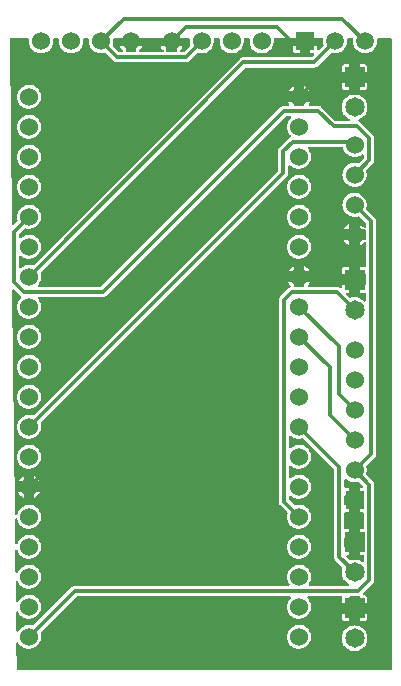
<source format=gbl>
G04 Layer: BottomLayer*
G04 EasyEDA v6.5.22, 2023-01-16 19:19:53*
G04 138582107d7e4c1db7c4fde91b408c2b,db865e68f4bc4fd99aa1dd1697a786d6,10*
G04 Gerber Generator version 0.2*
G04 Scale: 100 percent, Rotated: No, Reflected: No *
G04 Dimensions in millimeters *
G04 leading zeros omitted , absolute positions ,4 integer and 5 decimal *
%FSLAX45Y45*%
%MOMM*%

%ADD10C,0.3500*%
%ADD11C,1.5240*%
%ADD12R,1.5000X1.5000*%
%ADD13C,1.5000*%
%ADD14R,1.6510X1.6510*%
%ADD15C,1.6510*%
%ADD16R,1.5240X1.5240*%
%ADD17R,0.0150X1.5240*%

%LPD*%
G36*
X1516075Y6512407D02*
G01*
X1512163Y6513220D01*
X1508861Y6515404D01*
X1459179Y6565138D01*
X1457096Y6568135D01*
X1456232Y6571691D01*
X1456639Y6575298D01*
X1458214Y6580327D01*
X1460449Y6593789D01*
X1460906Y6607403D01*
X1459839Y6618224D01*
X1460296Y6622389D01*
X1462430Y6626047D01*
X1465834Y6628536D01*
X1469948Y6629400D01*
X2098751Y6629400D01*
X2103069Y6628434D01*
X2106523Y6625793D01*
X2108555Y6621932D01*
X2108809Y6617563D01*
X2108250Y6614210D01*
X2107793Y6600596D01*
X2109114Y6587032D01*
X2112111Y6574536D01*
X2112314Y6571132D01*
X2111400Y6567830D01*
X2109419Y6564985D01*
X2059838Y6515404D01*
X2056536Y6513220D01*
X2052624Y6512407D01*
X2032914Y6512407D01*
X2029053Y6513220D01*
X2025751Y6515354D01*
X2023567Y6518605D01*
X2022754Y6522466D01*
X2023465Y6526326D01*
X2025599Y6529679D01*
X2033778Y6538112D01*
X2041855Y6549085D01*
X2047595Y6559550D01*
X2000250Y6559550D01*
X2000250Y6522567D01*
X1999488Y6518706D01*
X1997252Y6515404D01*
X1994001Y6513220D01*
X1990089Y6512407D01*
X1921510Y6512407D01*
X1917598Y6513220D01*
X1914347Y6515404D01*
X1912112Y6518706D01*
X1911350Y6522567D01*
X1911350Y6559550D01*
X1864004Y6559550D01*
X1869744Y6549085D01*
X1877822Y6538112D01*
X1886000Y6529679D01*
X1888134Y6526326D01*
X1888845Y6522466D01*
X1888032Y6518605D01*
X1885848Y6515354D01*
X1882546Y6513220D01*
X1878685Y6512407D01*
X1689862Y6512407D01*
X1685899Y6513220D01*
X1682597Y6515506D01*
X1680413Y6518960D01*
X1679752Y6522923D01*
X1680667Y6526885D01*
X1683054Y6530136D01*
X1686306Y6533032D01*
X1695094Y6543446D01*
X1702409Y6554927D01*
X1704543Y6559550D01*
X1657350Y6559550D01*
X1657350Y6522567D01*
X1656588Y6518706D01*
X1654352Y6515404D01*
X1651101Y6513220D01*
X1647189Y6512407D01*
X1578610Y6512407D01*
X1574698Y6513220D01*
X1571447Y6515404D01*
X1569212Y6518706D01*
X1568450Y6522567D01*
X1568450Y6559550D01*
X1521256Y6559550D01*
X1523390Y6554927D01*
X1530705Y6543446D01*
X1539494Y6533032D01*
X1542745Y6530136D01*
X1545132Y6526885D01*
X1546047Y6522923D01*
X1545386Y6518960D01*
X1543202Y6515506D01*
X1539900Y6513220D01*
X1535938Y6512407D01*
G37*

%LPD*%
G36*
X675030Y4684064D02*
G01*
X671169Y4684826D01*
X667918Y4687062D01*
X665734Y4690364D01*
X664972Y4694224D01*
X664972Y4779975D01*
X665734Y4783836D01*
X667918Y4787138D01*
X671169Y4789373D01*
X675030Y4790135D01*
X678891Y4789424D01*
X694385Y4778044D01*
X706323Y4771491D01*
X719074Y4766614D01*
X732332Y4763414D01*
X745896Y4762093D01*
X759510Y4762550D01*
X772972Y4764786D01*
X785977Y4768850D01*
X798372Y4774590D01*
X809853Y4781905D01*
X820267Y4790694D01*
X829411Y4800854D01*
X837133Y4812080D01*
X843280Y4824222D01*
X847750Y4837125D01*
X850493Y4850485D01*
X851408Y4864100D01*
X850493Y4877714D01*
X847750Y4891074D01*
X843280Y4903978D01*
X837133Y4916119D01*
X829411Y4927346D01*
X820267Y4937506D01*
X809853Y4946294D01*
X798372Y4953609D01*
X785977Y4959350D01*
X772972Y4963414D01*
X759510Y4965649D01*
X745896Y4966106D01*
X732332Y4964785D01*
X719074Y4961585D01*
X706323Y4956708D01*
X694385Y4950155D01*
X678891Y4938776D01*
X675030Y4938064D01*
X671169Y4938826D01*
X667918Y4941062D01*
X665734Y4944364D01*
X664972Y4948224D01*
X664972Y4968189D01*
X665734Y4972050D01*
X667969Y4975352D01*
X710285Y5017719D01*
X713130Y5019700D01*
X716432Y5020614D01*
X719836Y5020411D01*
X732332Y5017414D01*
X745896Y5016093D01*
X759510Y5016550D01*
X772972Y5018786D01*
X785977Y5022850D01*
X798372Y5028590D01*
X809853Y5035905D01*
X820267Y5044694D01*
X829411Y5054854D01*
X837133Y5066080D01*
X843280Y5078222D01*
X847750Y5091125D01*
X850493Y5104485D01*
X851408Y5118100D01*
X850493Y5131714D01*
X847750Y5145074D01*
X843280Y5157978D01*
X837133Y5170119D01*
X829411Y5181346D01*
X820267Y5191506D01*
X809853Y5200294D01*
X798372Y5207609D01*
X785977Y5213350D01*
X772972Y5217414D01*
X759510Y5219649D01*
X745896Y5220106D01*
X732332Y5218785D01*
X719074Y5215585D01*
X706323Y5210708D01*
X694385Y5204155D01*
X683412Y5196078D01*
X673608Y5186578D01*
X665124Y5175859D01*
X658164Y5164124D01*
X652881Y5151577D01*
X649274Y5138420D01*
X647446Y5124907D01*
X647446Y5111292D01*
X649274Y5097780D01*
X651662Y5089093D01*
X651967Y5085537D01*
X651052Y5082133D01*
X649020Y5079238D01*
X618998Y5049164D01*
X615696Y5046980D01*
X611835Y5046218D01*
X607974Y5046929D01*
X604672Y5049113D01*
X602437Y5052364D01*
X601624Y5056225D01*
X584301Y6619138D01*
X585063Y6623050D01*
X587248Y6626402D01*
X590550Y6628638D01*
X594461Y6629400D01*
X739851Y6629400D01*
X743966Y6628536D01*
X747369Y6626047D01*
X749503Y6622389D01*
X749960Y6618224D01*
X748893Y6607403D01*
X749350Y6593789D01*
X751586Y6580327D01*
X755650Y6567322D01*
X761390Y6554927D01*
X768705Y6543446D01*
X777494Y6533032D01*
X787654Y6523888D01*
X798880Y6516166D01*
X811022Y6510020D01*
X823925Y6505549D01*
X837285Y6502806D01*
X850900Y6501892D01*
X864514Y6502806D01*
X877874Y6505549D01*
X890778Y6510020D01*
X902919Y6516166D01*
X914146Y6523888D01*
X924306Y6533032D01*
X933094Y6543446D01*
X940409Y6554927D01*
X946150Y6567322D01*
X950214Y6580327D01*
X952449Y6593789D01*
X952906Y6607403D01*
X951839Y6618224D01*
X952296Y6622389D01*
X954430Y6626047D01*
X957834Y6628536D01*
X961948Y6629400D01*
X993851Y6629400D01*
X997966Y6628536D01*
X1001369Y6626047D01*
X1003503Y6622389D01*
X1003960Y6618224D01*
X1002893Y6607403D01*
X1003350Y6593789D01*
X1005586Y6580327D01*
X1009650Y6567322D01*
X1015390Y6554927D01*
X1022705Y6543446D01*
X1031494Y6533032D01*
X1041653Y6523888D01*
X1052880Y6516166D01*
X1065022Y6510020D01*
X1077925Y6505549D01*
X1091285Y6502806D01*
X1104900Y6501892D01*
X1118514Y6502806D01*
X1131874Y6505549D01*
X1144778Y6510020D01*
X1156919Y6516166D01*
X1168146Y6523888D01*
X1178306Y6533032D01*
X1187094Y6543446D01*
X1194409Y6554927D01*
X1200150Y6567322D01*
X1204214Y6580327D01*
X1206449Y6593789D01*
X1206906Y6607403D01*
X1205839Y6618224D01*
X1206296Y6622389D01*
X1208430Y6626047D01*
X1211834Y6628536D01*
X1215948Y6629400D01*
X1247851Y6629400D01*
X1251966Y6628536D01*
X1255369Y6626047D01*
X1257503Y6622389D01*
X1257960Y6618224D01*
X1256893Y6607403D01*
X1257350Y6593789D01*
X1259586Y6580327D01*
X1263650Y6567322D01*
X1269390Y6554927D01*
X1276705Y6543446D01*
X1285494Y6533032D01*
X1295654Y6523888D01*
X1306880Y6516166D01*
X1319022Y6510020D01*
X1331925Y6505549D01*
X1345285Y6502806D01*
X1358900Y6501892D01*
X1372514Y6502806D01*
X1391056Y6506616D01*
X1394764Y6505752D01*
X1397863Y6503619D01*
X1464360Y6437172D01*
X1471066Y6432143D01*
X1478229Y6428587D01*
X1485900Y6426403D01*
X1494332Y6425590D01*
X2076500Y6425641D01*
X2084730Y6426809D01*
X2092350Y6429349D01*
X2099310Y6433261D01*
X2105863Y6438646D01*
X2170938Y6503720D01*
X2173833Y6505752D01*
X2177237Y6506667D01*
X2180793Y6506362D01*
X2189480Y6503974D01*
X2202992Y6502146D01*
X2216607Y6502146D01*
X2230120Y6503974D01*
X2243277Y6507581D01*
X2255824Y6512864D01*
X2267559Y6519824D01*
X2278278Y6528307D01*
X2287778Y6538112D01*
X2295855Y6549085D01*
X2302408Y6561023D01*
X2307285Y6573774D01*
X2310485Y6587032D01*
X2311806Y6600596D01*
X2311349Y6614210D01*
X2310790Y6617563D01*
X2311044Y6621932D01*
X2313076Y6625793D01*
X2316530Y6628434D01*
X2320848Y6629400D01*
X2352751Y6629400D01*
X2357069Y6628434D01*
X2360523Y6625793D01*
X2362555Y6621932D01*
X2362809Y6617563D01*
X2362250Y6614210D01*
X2361793Y6600596D01*
X2363114Y6587032D01*
X2366314Y6573774D01*
X2371191Y6561023D01*
X2377744Y6549085D01*
X2385822Y6538112D01*
X2395321Y6528307D01*
X2406040Y6519824D01*
X2417775Y6512864D01*
X2430322Y6507581D01*
X2443480Y6503974D01*
X2456992Y6502146D01*
X2470607Y6502146D01*
X2484120Y6503974D01*
X2497277Y6507581D01*
X2509824Y6512864D01*
X2521559Y6519824D01*
X2532278Y6528307D01*
X2541778Y6538112D01*
X2549855Y6549085D01*
X2556408Y6561023D01*
X2561285Y6573774D01*
X2564485Y6587032D01*
X2565806Y6600596D01*
X2565349Y6614210D01*
X2564790Y6617563D01*
X2565044Y6621932D01*
X2567076Y6625793D01*
X2570530Y6628434D01*
X2574848Y6629400D01*
X2606751Y6629400D01*
X2611069Y6628434D01*
X2614523Y6625793D01*
X2616555Y6621932D01*
X2616809Y6617563D01*
X2616250Y6614210D01*
X2615793Y6600596D01*
X2617114Y6587032D01*
X2620314Y6573774D01*
X2625191Y6561023D01*
X2631744Y6549085D01*
X2639822Y6538112D01*
X2649321Y6528307D01*
X2660040Y6519824D01*
X2671775Y6512864D01*
X2684322Y6507581D01*
X2697480Y6503974D01*
X2710992Y6502146D01*
X2724607Y6502146D01*
X2738120Y6503974D01*
X2751277Y6507581D01*
X2763824Y6512864D01*
X2775559Y6519824D01*
X2786278Y6528307D01*
X2795778Y6538112D01*
X2803855Y6549085D01*
X2810408Y6561023D01*
X2815285Y6573774D01*
X2818485Y6587032D01*
X2819806Y6600596D01*
X2819349Y6614210D01*
X2818790Y6617563D01*
X2819044Y6621932D01*
X2821076Y6625793D01*
X2824530Y6628434D01*
X2828848Y6629400D01*
X3230321Y6629400D01*
X3234537Y6628485D01*
X3237992Y6625945D01*
X3240074Y6622186D01*
X3240379Y6617868D01*
X3239465Y6610756D01*
X3239465Y6597243D01*
X3241243Y6583883D01*
X3243427Y6575958D01*
X3243732Y6572402D01*
X3242818Y6568998D01*
X3240786Y6566103D01*
X3204362Y6529628D01*
X3201060Y6527444D01*
X3197148Y6526682D01*
X3193288Y6527444D01*
X3189986Y6529628D01*
X3187801Y6532930D01*
X3186988Y6536842D01*
X3186988Y6560159D01*
X3129940Y6560159D01*
X3129940Y6503111D01*
X3153257Y6503111D01*
X3157169Y6502298D01*
X3160471Y6500114D01*
X3162655Y6496812D01*
X3163417Y6492951D01*
X3162655Y6489039D01*
X3160471Y6485737D01*
X3145536Y6470853D01*
X3142234Y6468618D01*
X3138373Y6467856D01*
X2561996Y6467805D01*
X2553716Y6466636D01*
X2546146Y6464096D01*
X2539136Y6460236D01*
X2532634Y6454800D01*
X788162Y4710379D01*
X785164Y4708296D01*
X781608Y4707432D01*
X778002Y4707839D01*
X772972Y4709414D01*
X759510Y4711649D01*
X745896Y4712106D01*
X732332Y4710785D01*
X719074Y4707585D01*
X706323Y4702708D01*
X694385Y4696155D01*
X678891Y4684776D01*
G37*

%LPC*%
G36*
X745896Y5270093D02*
G01*
X759510Y5270550D01*
X772972Y5272786D01*
X785977Y5276850D01*
X798372Y5282590D01*
X809853Y5289905D01*
X820267Y5298694D01*
X829411Y5308854D01*
X837133Y5320080D01*
X843280Y5332222D01*
X847750Y5345125D01*
X850493Y5358485D01*
X851408Y5372100D01*
X850493Y5385714D01*
X847750Y5399074D01*
X843280Y5411978D01*
X837133Y5424119D01*
X829411Y5435346D01*
X820267Y5445506D01*
X809853Y5454294D01*
X798372Y5461609D01*
X785977Y5467350D01*
X772972Y5471414D01*
X759510Y5473649D01*
X745896Y5474106D01*
X732332Y5472785D01*
X719074Y5469585D01*
X706323Y5464708D01*
X694385Y5458155D01*
X683412Y5450078D01*
X673608Y5440578D01*
X665124Y5429859D01*
X658164Y5418124D01*
X652881Y5405577D01*
X649274Y5392420D01*
X647446Y5378907D01*
X647446Y5365292D01*
X649274Y5351780D01*
X652881Y5338622D01*
X658164Y5326075D01*
X665124Y5314340D01*
X673608Y5303621D01*
X683412Y5294122D01*
X694385Y5286044D01*
X706323Y5279491D01*
X719074Y5274614D01*
X732332Y5271414D01*
G37*
G36*
X745896Y5524093D02*
G01*
X759510Y5524550D01*
X772972Y5526786D01*
X785977Y5530850D01*
X798372Y5536590D01*
X809853Y5543905D01*
X820267Y5552694D01*
X829411Y5562854D01*
X837133Y5574080D01*
X843280Y5586222D01*
X847750Y5599125D01*
X850493Y5612485D01*
X851408Y5626100D01*
X850493Y5639714D01*
X847750Y5653074D01*
X843280Y5665978D01*
X837133Y5678119D01*
X829411Y5689346D01*
X820267Y5699506D01*
X809853Y5708294D01*
X798372Y5715609D01*
X785977Y5721350D01*
X772972Y5725414D01*
X759510Y5727649D01*
X745896Y5728106D01*
X732332Y5726785D01*
X719074Y5723585D01*
X706323Y5718708D01*
X694385Y5712155D01*
X683412Y5704078D01*
X673608Y5694578D01*
X665124Y5683859D01*
X658164Y5672124D01*
X652881Y5659577D01*
X649274Y5646420D01*
X647446Y5632907D01*
X647446Y5619292D01*
X649274Y5605780D01*
X652881Y5592622D01*
X658164Y5580075D01*
X665124Y5568340D01*
X673608Y5557621D01*
X683412Y5548122D01*
X694385Y5540044D01*
X706323Y5533491D01*
X719074Y5528614D01*
X732332Y5525414D01*
G37*
G36*
X745896Y5778093D02*
G01*
X759510Y5778550D01*
X772972Y5780786D01*
X785977Y5784850D01*
X798372Y5790590D01*
X809853Y5797905D01*
X820267Y5806694D01*
X829411Y5816854D01*
X837133Y5828080D01*
X843280Y5840222D01*
X847750Y5853125D01*
X850493Y5866485D01*
X851408Y5880100D01*
X850493Y5893714D01*
X847750Y5907074D01*
X843280Y5919978D01*
X837133Y5932119D01*
X829411Y5943346D01*
X820267Y5953506D01*
X809853Y5962294D01*
X798372Y5969609D01*
X785977Y5975350D01*
X772972Y5979414D01*
X759510Y5981649D01*
X745896Y5982106D01*
X732332Y5980785D01*
X719074Y5977585D01*
X706323Y5972708D01*
X694385Y5966155D01*
X683412Y5958078D01*
X673608Y5948578D01*
X665124Y5937859D01*
X658164Y5926124D01*
X652881Y5913577D01*
X649274Y5900420D01*
X647446Y5886907D01*
X647446Y5873292D01*
X649274Y5859780D01*
X652881Y5846622D01*
X658164Y5834075D01*
X665124Y5822340D01*
X673608Y5811621D01*
X683412Y5802122D01*
X694385Y5794044D01*
X706323Y5787491D01*
X719074Y5782614D01*
X732332Y5779414D01*
G37*
G36*
X745896Y6032093D02*
G01*
X759510Y6032550D01*
X772972Y6034786D01*
X785977Y6038850D01*
X798372Y6044590D01*
X809853Y6051905D01*
X820267Y6060694D01*
X829411Y6070854D01*
X837133Y6082080D01*
X843280Y6094222D01*
X847750Y6107125D01*
X850493Y6120485D01*
X851408Y6134100D01*
X850493Y6147714D01*
X847750Y6161074D01*
X843280Y6173978D01*
X837133Y6186119D01*
X829411Y6197346D01*
X820267Y6207506D01*
X809853Y6216294D01*
X798372Y6223609D01*
X785977Y6229350D01*
X772972Y6233414D01*
X759510Y6235649D01*
X745896Y6236106D01*
X732332Y6234785D01*
X719074Y6231585D01*
X706323Y6226708D01*
X694385Y6220155D01*
X683412Y6212078D01*
X673608Y6202578D01*
X665124Y6191859D01*
X658164Y6180124D01*
X652881Y6167577D01*
X649274Y6154420D01*
X647446Y6140907D01*
X647446Y6127292D01*
X649274Y6113780D01*
X652881Y6100622D01*
X658164Y6088075D01*
X665124Y6076340D01*
X673608Y6065621D01*
X683412Y6056122D01*
X694385Y6048044D01*
X706323Y6041491D01*
X719074Y6036614D01*
X732332Y6033414D01*
G37*
G36*
X3011678Y6503111D02*
G01*
X3042259Y6503111D01*
X3042259Y6560159D01*
X2985211Y6560159D01*
X2985211Y6529578D01*
X2985922Y6523228D01*
X2987802Y6517792D01*
X2990900Y6512864D01*
X2994964Y6508800D01*
X2999892Y6505702D01*
X3005328Y6503822D01*
G37*

%LPD*%
G36*
X3575304Y2192629D02*
G01*
X3571240Y2194204D01*
X3559403Y2202129D01*
X3546703Y2208377D01*
X3533241Y2212949D01*
X3519373Y2215692D01*
X3505200Y2216658D01*
X3491026Y2215692D01*
X3477158Y2212949D01*
X3471722Y2211120D01*
X3468014Y2210562D01*
X3464356Y2211425D01*
X3461258Y2213559D01*
X3438398Y2236419D01*
X3436213Y2239670D01*
X3435400Y2243582D01*
X3436213Y2247493D01*
X3438398Y2250744D01*
X3441700Y2252980D01*
X3445560Y2253742D01*
X3457600Y2253742D01*
X3457600Y2314549D01*
X3430015Y2314549D01*
X3426104Y2315362D01*
X3422853Y2317546D01*
X3420618Y2320848D01*
X3419856Y2324709D01*
X3419856Y2399639D01*
X3420618Y2403551D01*
X3422853Y2406853D01*
X3426104Y2409037D01*
X3430015Y2409799D01*
X3457600Y2409799D01*
X3457600Y2470658D01*
X3430015Y2470658D01*
X3426104Y2471420D01*
X3422853Y2473655D01*
X3420618Y2476906D01*
X3419856Y2480818D01*
X3419856Y2605532D01*
X3420618Y2609443D01*
X3422853Y2612694D01*
X3426104Y2614930D01*
X3430015Y2615692D01*
X3460750Y2615692D01*
X3460750Y2673350D01*
X3430015Y2673350D01*
X3426104Y2674112D01*
X3422853Y2676347D01*
X3420618Y2679598D01*
X3419856Y2683510D01*
X3419856Y2752090D01*
X3420618Y2756001D01*
X3422853Y2759252D01*
X3426104Y2761488D01*
X3430015Y2762250D01*
X3460750Y2762250D01*
X3460750Y2819908D01*
X3430015Y2819908D01*
X3426104Y2820670D01*
X3422853Y2822905D01*
X3420618Y2826156D01*
X3419856Y2830068D01*
X3419856Y2888437D01*
X3420872Y2892856D01*
X3423665Y2896362D01*
X3427729Y2898343D01*
X3432251Y2898343D01*
X3436315Y2896412D01*
X3447440Y2887624D01*
X3459175Y2880664D01*
X3471722Y2875381D01*
X3484879Y2871774D01*
X3498392Y2869946D01*
X3512007Y2869946D01*
X3525520Y2871774D01*
X3534206Y2874162D01*
X3537762Y2874467D01*
X3541166Y2873552D01*
X3544062Y2871520D01*
X3578351Y2837230D01*
X3580536Y2833979D01*
X3581349Y2830068D01*
X3580536Y2826156D01*
X3578351Y2822905D01*
X3575050Y2820670D01*
X3571189Y2819908D01*
X3549650Y2819908D01*
X3549650Y2762250D01*
X3576878Y2762250D01*
X3580790Y2761488D01*
X3584041Y2759252D01*
X3586276Y2756001D01*
X3587038Y2752090D01*
X3587038Y2683510D01*
X3586276Y2679598D01*
X3584041Y2676347D01*
X3580790Y2674112D01*
X3576878Y2673350D01*
X3549650Y2673350D01*
X3549650Y2615692D01*
X3576878Y2615692D01*
X3580790Y2614930D01*
X3584041Y2612694D01*
X3586276Y2609443D01*
X3587038Y2605532D01*
X3587038Y2480818D01*
X3586276Y2476906D01*
X3584041Y2473655D01*
X3580790Y2471420D01*
X3576878Y2470658D01*
X3552850Y2470658D01*
X3552850Y2409799D01*
X3576878Y2409799D01*
X3580790Y2409037D01*
X3584041Y2406853D01*
X3586276Y2403551D01*
X3587038Y2399639D01*
X3587038Y2324709D01*
X3586276Y2320848D01*
X3584041Y2317546D01*
X3580790Y2315362D01*
X3576878Y2314549D01*
X3552850Y2314549D01*
X3552850Y2253742D01*
X3576878Y2253742D01*
X3580790Y2252980D01*
X3584041Y2250744D01*
X3586276Y2247493D01*
X3587038Y2243582D01*
X3587038Y2202637D01*
X3586124Y2198420D01*
X3583482Y2194915D01*
X3579622Y2192883D01*
G37*

%LPD*%
G36*
X653542Y1283208D02*
G01*
X649681Y1283970D01*
X646379Y1286154D01*
X644144Y1289405D01*
X643382Y1293266D01*
X640994Y1507896D01*
X641908Y1512214D01*
X644499Y1515719D01*
X648411Y1517802D01*
X652780Y1518056D01*
X656894Y1516430D01*
X659892Y1513179D01*
X665124Y1504340D01*
X673608Y1493621D01*
X683412Y1484122D01*
X694385Y1476044D01*
X706323Y1469491D01*
X719074Y1464614D01*
X732332Y1461414D01*
X745896Y1460093D01*
X759510Y1460550D01*
X772972Y1462786D01*
X785977Y1466850D01*
X798372Y1472590D01*
X809853Y1479905D01*
X820267Y1488694D01*
X829411Y1498854D01*
X837133Y1510080D01*
X843280Y1522222D01*
X847750Y1535125D01*
X850493Y1548485D01*
X851408Y1562100D01*
X850493Y1575714D01*
X846683Y1594256D01*
X847547Y1597964D01*
X849680Y1601063D01*
X1151178Y1902561D01*
X1154480Y1904796D01*
X1158341Y1905558D01*
X2956153Y1905558D01*
X2960065Y1904796D01*
X2963367Y1902561D01*
X2965602Y1899208D01*
X2966313Y1895297D01*
X2965500Y1891385D01*
X2963214Y1888083D01*
X2959608Y1884578D01*
X2951124Y1873859D01*
X2944164Y1862124D01*
X2938881Y1849577D01*
X2935274Y1836420D01*
X2933446Y1822907D01*
X2933446Y1809292D01*
X2935274Y1795780D01*
X2938881Y1782622D01*
X2944164Y1770075D01*
X2951124Y1758340D01*
X2959608Y1747621D01*
X2969412Y1738122D01*
X2980385Y1730044D01*
X2992323Y1723491D01*
X3005074Y1718614D01*
X3018332Y1715414D01*
X3031896Y1714093D01*
X3045510Y1714550D01*
X3058972Y1716786D01*
X3071977Y1720850D01*
X3084372Y1726590D01*
X3095853Y1733905D01*
X3106267Y1742693D01*
X3115411Y1752854D01*
X3123133Y1764080D01*
X3129280Y1776222D01*
X3133750Y1789125D01*
X3136493Y1802485D01*
X3137408Y1816100D01*
X3136493Y1829714D01*
X3133750Y1843074D01*
X3129280Y1855978D01*
X3123133Y1868119D01*
X3115411Y1879346D01*
X3107080Y1888591D01*
X3105099Y1891893D01*
X3104438Y1895754D01*
X3105353Y1899513D01*
X3107537Y1902714D01*
X3110788Y1904796D01*
X3114598Y1905558D01*
X3388004Y1905558D01*
X3391763Y1904847D01*
X3395014Y1902764D01*
X3397250Y1899615D01*
X3398113Y1895856D01*
X3396742Y1885391D01*
X3396742Y1850999D01*
X3457600Y1850999D01*
X3457600Y1895398D01*
X3458362Y1899310D01*
X3460546Y1902561D01*
X3463848Y1904796D01*
X3467709Y1905558D01*
X3535019Y1905558D01*
X3541268Y1906219D01*
X3545535Y1905914D01*
X3549345Y1903831D01*
X3551936Y1900377D01*
X3552850Y1896160D01*
X3552850Y1850999D01*
X3613658Y1850999D01*
X3613658Y1885391D01*
X3612946Y1891690D01*
X3611016Y1897176D01*
X3607968Y1902053D01*
X3603853Y1906168D01*
X3598976Y1909216D01*
X3593490Y1911146D01*
X3587191Y1911857D01*
X3583940Y1911857D01*
X3580028Y1912620D01*
X3576726Y1914855D01*
X3574542Y1918106D01*
X3573779Y1922018D01*
X3574542Y1925929D01*
X3576726Y1929180D01*
X3662273Y2014778D01*
X3667302Y2021484D01*
X3670909Y2028647D01*
X3673094Y2036318D01*
X3673856Y2044750D01*
X3673805Y2848203D01*
X3672636Y2856484D01*
X3670096Y2864053D01*
X3666236Y2871063D01*
X3660800Y2877566D01*
X3605580Y2932785D01*
X3603599Y2935630D01*
X3602685Y2938932D01*
X3602888Y2942336D01*
X3605885Y2954832D01*
X3607206Y2968396D01*
X3606749Y2982010D01*
X3604514Y2995472D01*
X3602939Y3000502D01*
X3602532Y3004108D01*
X3603396Y3007664D01*
X3605479Y3010662D01*
X3678123Y3083356D01*
X3683152Y3090062D01*
X3686708Y3097225D01*
X3688892Y3104896D01*
X3689705Y3113328D01*
X3689654Y5080304D01*
X3688486Y5088534D01*
X3685946Y5096154D01*
X3682034Y5103114D01*
X3676650Y5109667D01*
X3605479Y5180838D01*
X3603447Y5183733D01*
X3602532Y5187137D01*
X3602837Y5190693D01*
X3605225Y5199380D01*
X3607054Y5212892D01*
X3607054Y5226507D01*
X3605225Y5240020D01*
X3601618Y5253177D01*
X3596335Y5265724D01*
X3589375Y5277459D01*
X3580892Y5288178D01*
X3571087Y5297678D01*
X3560114Y5305755D01*
X3548176Y5312308D01*
X3535426Y5317185D01*
X3522167Y5320385D01*
X3508603Y5321706D01*
X3494989Y5321249D01*
X3481527Y5319014D01*
X3468522Y5314950D01*
X3456127Y5309209D01*
X3444646Y5301894D01*
X3434232Y5293106D01*
X3425088Y5282946D01*
X3417366Y5271719D01*
X3411220Y5259578D01*
X3406749Y5246674D01*
X3404006Y5233314D01*
X3403092Y5219700D01*
X3404006Y5206085D01*
X3406749Y5192725D01*
X3411220Y5179822D01*
X3417366Y5167680D01*
X3425088Y5156454D01*
X3434232Y5146294D01*
X3444646Y5137505D01*
X3456127Y5130190D01*
X3468522Y5124450D01*
X3481527Y5120386D01*
X3494989Y5118150D01*
X3508603Y5117693D01*
X3522167Y5119014D01*
X3534664Y5122011D01*
X3538067Y5122214D01*
X3541369Y5121300D01*
X3544214Y5119319D01*
X3599891Y5063642D01*
X3602075Y5060340D01*
X3602888Y5056428D01*
X3602888Y5035651D01*
X3602024Y5031587D01*
X3599586Y5028184D01*
X3596030Y5026050D01*
X3591915Y5025491D01*
X3587902Y5026660D01*
X3584752Y5029352D01*
X3580892Y5034178D01*
X3571087Y5043678D01*
X3560114Y5051755D01*
X3549650Y5057495D01*
X3549650Y5010150D01*
X3592677Y5010150D01*
X3596589Y5009388D01*
X3599891Y5007152D01*
X3602075Y5003901D01*
X3602888Y4999990D01*
X3602888Y4931410D01*
X3602075Y4927498D01*
X3599891Y4924247D01*
X3596589Y4922012D01*
X3592677Y4921250D01*
X3549650Y4921250D01*
X3549650Y4873904D01*
X3560114Y4879644D01*
X3571087Y4887722D01*
X3580892Y4897221D01*
X3584752Y4902047D01*
X3587902Y4904740D01*
X3591915Y4905908D01*
X3596030Y4905349D01*
X3599586Y4903216D01*
X3602024Y4899812D01*
X3602888Y4895748D01*
X3602888Y4702759D01*
X3601974Y4698593D01*
X3599484Y4695190D01*
X3595776Y4693056D01*
X3591560Y4692650D01*
X3587191Y4693158D01*
X3552850Y4693158D01*
X3552850Y4632299D01*
X3592677Y4632299D01*
X3596589Y4631537D01*
X3599891Y4629353D01*
X3602075Y4626051D01*
X3602888Y4622139D01*
X3602888Y4547209D01*
X3602075Y4543348D01*
X3599891Y4540046D01*
X3596589Y4537862D01*
X3592677Y4537049D01*
X3552850Y4537049D01*
X3552850Y4476242D01*
X3587191Y4476242D01*
X3591560Y4476750D01*
X3595776Y4476343D01*
X3599484Y4474210D01*
X3601974Y4470806D01*
X3602888Y4466640D01*
X3602888Y4410456D01*
X3602024Y4406442D01*
X3599738Y4403090D01*
X3596284Y4400905D01*
X3592271Y4400296D01*
X3588308Y4401261D01*
X3585057Y4403750D01*
X3581857Y4407357D01*
X3571189Y4416704D01*
X3559403Y4424629D01*
X3546703Y4430877D01*
X3533241Y4435449D01*
X3519373Y4438192D01*
X3505200Y4439158D01*
X3491026Y4438192D01*
X3477158Y4435449D01*
X3471722Y4433620D01*
X3468014Y4433062D01*
X3464356Y4433925D01*
X3461258Y4436059D01*
X3438398Y4458919D01*
X3436213Y4462170D01*
X3435400Y4466082D01*
X3436213Y4469993D01*
X3438398Y4473244D01*
X3441700Y4475480D01*
X3445560Y4476242D01*
X3457600Y4476242D01*
X3457600Y4537049D01*
X3396742Y4537049D01*
X3396742Y4524044D01*
X3395776Y4519676D01*
X3392982Y4516170D01*
X3389020Y4514138D01*
X3384550Y4514088D01*
X3380435Y4515916D01*
X3377234Y4518355D01*
X3370072Y4521911D01*
X3362401Y4524095D01*
X3353968Y4524857D01*
X3118459Y4524857D01*
X3114649Y4525619D01*
X3111398Y4527753D01*
X3109163Y4530902D01*
X3108299Y4534712D01*
X3108909Y4538522D01*
X3110941Y4541875D01*
X3115411Y4546854D01*
X3123133Y4558080D01*
X3126943Y4565650D01*
X3079750Y4565650D01*
X3079750Y4535017D01*
X3078988Y4531156D01*
X3076752Y4527854D01*
X3073501Y4525670D01*
X3069590Y4524857D01*
X3001010Y4524857D01*
X2997098Y4525670D01*
X2993847Y4527854D01*
X2991612Y4531156D01*
X2990850Y4535017D01*
X2990850Y4565650D01*
X2943504Y4565650D01*
X2944164Y4564075D01*
X2951124Y4552340D01*
X2959608Y4541621D01*
X2962706Y4538624D01*
X2965043Y4535170D01*
X2965805Y4531106D01*
X2964891Y4527092D01*
X2962452Y4523740D01*
X2958846Y4521657D01*
X2957271Y4521149D01*
X2950311Y4517237D01*
X2943758Y4511852D01*
X2877210Y4445254D01*
X2872181Y4438548D01*
X2868625Y4431385D01*
X2866440Y4423714D01*
X2865678Y4415282D01*
X2865678Y2702661D01*
X2866847Y2694432D01*
X2869387Y2686812D01*
X2873298Y2679852D01*
X2878683Y2673299D01*
X2935020Y2616962D01*
X2937052Y2614066D01*
X2937967Y2610662D01*
X2937662Y2607106D01*
X2935274Y2598420D01*
X2933446Y2584907D01*
X2933446Y2571292D01*
X2935274Y2557780D01*
X2938881Y2544622D01*
X2944164Y2532075D01*
X2951124Y2520340D01*
X2959608Y2509621D01*
X2969412Y2500122D01*
X2980385Y2492044D01*
X2992323Y2485491D01*
X3005074Y2480614D01*
X3018332Y2477414D01*
X3031896Y2476093D01*
X3045510Y2476550D01*
X3058972Y2478786D01*
X3071977Y2482850D01*
X3084372Y2488590D01*
X3095853Y2495905D01*
X3106267Y2504694D01*
X3115411Y2514854D01*
X3123133Y2526080D01*
X3129280Y2538222D01*
X3133750Y2551125D01*
X3136493Y2564485D01*
X3137408Y2578100D01*
X3136493Y2591714D01*
X3133750Y2605074D01*
X3129280Y2617978D01*
X3123133Y2630119D01*
X3115411Y2641346D01*
X3106267Y2651506D01*
X3095853Y2660294D01*
X3084372Y2667609D01*
X3071977Y2673350D01*
X3058972Y2677414D01*
X3045510Y2679649D01*
X3031896Y2680106D01*
X3018332Y2678785D01*
X3005836Y2675788D01*
X3002432Y2675585D01*
X2999130Y2676499D01*
X2996285Y2678480D01*
X2955442Y2719324D01*
X2953258Y2722626D01*
X2952445Y2726537D01*
X2952445Y2746552D01*
X2953461Y2750870D01*
X2956204Y2754376D01*
X2960166Y2756408D01*
X2964586Y2756509D01*
X2968701Y2754731D01*
X2980385Y2746044D01*
X2992323Y2739491D01*
X3005074Y2734614D01*
X3018332Y2731414D01*
X3031896Y2730093D01*
X3045510Y2730550D01*
X3058972Y2732786D01*
X3071977Y2736850D01*
X3084372Y2742590D01*
X3095853Y2749905D01*
X3106267Y2758694D01*
X3115411Y2768854D01*
X3123133Y2780080D01*
X3129280Y2792222D01*
X3133750Y2805125D01*
X3136493Y2818485D01*
X3137408Y2832100D01*
X3136493Y2845714D01*
X3133750Y2859074D01*
X3129280Y2871978D01*
X3123133Y2884119D01*
X3115411Y2895346D01*
X3106267Y2905506D01*
X3095853Y2914294D01*
X3084372Y2921609D01*
X3071977Y2927350D01*
X3058972Y2931414D01*
X3045510Y2933649D01*
X3031896Y2934106D01*
X3018332Y2932785D01*
X3005074Y2929585D01*
X2992323Y2924708D01*
X2980385Y2918155D01*
X2968701Y2909468D01*
X2964586Y2907690D01*
X2960166Y2907792D01*
X2956204Y2909824D01*
X2953461Y2913329D01*
X2952445Y2917647D01*
X2952445Y3000552D01*
X2953461Y3004870D01*
X2956204Y3008376D01*
X2960166Y3010408D01*
X2964586Y3010509D01*
X2968701Y3008731D01*
X2980385Y3000044D01*
X2992323Y2993491D01*
X3005074Y2988614D01*
X3018332Y2985414D01*
X3031896Y2984093D01*
X3045510Y2984550D01*
X3058972Y2986786D01*
X3071977Y2990850D01*
X3084372Y2996590D01*
X3095853Y3003905D01*
X3106267Y3012694D01*
X3115411Y3022854D01*
X3123133Y3034080D01*
X3129280Y3046222D01*
X3133750Y3059125D01*
X3136493Y3072485D01*
X3137408Y3086100D01*
X3136493Y3099714D01*
X3133750Y3113074D01*
X3129280Y3125978D01*
X3123133Y3138119D01*
X3115411Y3149346D01*
X3106267Y3159506D01*
X3095853Y3168294D01*
X3084372Y3175609D01*
X3071977Y3181350D01*
X3058972Y3185414D01*
X3045510Y3187649D01*
X3031896Y3188106D01*
X3018332Y3186785D01*
X3005074Y3183585D01*
X2992323Y3178708D01*
X2980385Y3172155D01*
X2968701Y3163468D01*
X2964586Y3161690D01*
X2960166Y3161792D01*
X2956204Y3163824D01*
X2953461Y3167329D01*
X2952445Y3171647D01*
X2952445Y3254552D01*
X2953461Y3258870D01*
X2956204Y3262376D01*
X2960166Y3264408D01*
X2964586Y3264509D01*
X2968701Y3262731D01*
X2980385Y3254044D01*
X2992323Y3247491D01*
X3005074Y3242614D01*
X3018332Y3239414D01*
X3031896Y3238093D01*
X3045510Y3238550D01*
X3058972Y3240786D01*
X3064002Y3242360D01*
X3067608Y3242767D01*
X3071164Y3241903D01*
X3074162Y3239820D01*
X3330041Y2983941D01*
X3332276Y2980639D01*
X3333038Y2976778D01*
X3333089Y2235301D01*
X3334258Y2227021D01*
X3336798Y2219452D01*
X3340658Y2212441D01*
X3346094Y2205939D01*
X3399840Y2152142D01*
X3401974Y2149043D01*
X3402837Y2145385D01*
X3402279Y2141677D01*
X3400450Y2136241D01*
X3397707Y2122373D01*
X3396742Y2108200D01*
X3397707Y2094026D01*
X3400450Y2080158D01*
X3405022Y2066696D01*
X3411270Y2053996D01*
X3419195Y2042210D01*
X3428542Y2031542D01*
X3439210Y2022195D01*
X3450996Y2014270D01*
X3456330Y2011629D01*
X3459835Y2008784D01*
X3461765Y2004720D01*
X3461765Y2000250D01*
X3459784Y1996186D01*
X3456228Y1993392D01*
X3451860Y1992375D01*
X3124809Y1992375D01*
X3120491Y1993341D01*
X3117037Y1995982D01*
X3115005Y1999843D01*
X3114751Y2004212D01*
X3116427Y2008276D01*
X3123133Y2018080D01*
X3129280Y2030222D01*
X3133750Y2043125D01*
X3136493Y2056485D01*
X3137408Y2070100D01*
X3136493Y2083714D01*
X3133750Y2097074D01*
X3129280Y2109978D01*
X3123133Y2122119D01*
X3115411Y2133346D01*
X3106267Y2143506D01*
X3095853Y2152294D01*
X3084372Y2159609D01*
X3071977Y2165350D01*
X3058972Y2169414D01*
X3045510Y2171649D01*
X3031896Y2172106D01*
X3018332Y2170785D01*
X3005074Y2167585D01*
X2992323Y2162708D01*
X2980385Y2156155D01*
X2969412Y2148078D01*
X2959608Y2138578D01*
X2951124Y2127859D01*
X2944164Y2116124D01*
X2938881Y2103577D01*
X2935274Y2090420D01*
X2933446Y2076907D01*
X2933446Y2063292D01*
X2935274Y2049780D01*
X2938881Y2036622D01*
X2944164Y2024075D01*
X2951124Y2012340D01*
X2953918Y2008835D01*
X2955848Y2004771D01*
X2955798Y2000250D01*
X2953867Y1996186D01*
X2950311Y1993392D01*
X2945942Y1992375D01*
X1134516Y1992325D01*
X1126236Y1991156D01*
X1118666Y1988616D01*
X1111656Y1984756D01*
X1105154Y1979320D01*
X788162Y1662379D01*
X785164Y1660296D01*
X781608Y1659432D01*
X778002Y1659839D01*
X772972Y1661414D01*
X759510Y1663649D01*
X745896Y1664106D01*
X732332Y1662785D01*
X719074Y1659585D01*
X706323Y1654708D01*
X694385Y1648155D01*
X683412Y1640078D01*
X673608Y1630578D01*
X665124Y1619859D01*
X658723Y1608988D01*
X655726Y1605838D01*
X651713Y1604162D01*
X647344Y1604365D01*
X643483Y1606397D01*
X640791Y1609852D01*
X639826Y1614068D01*
X638098Y1767332D01*
X638810Y1771243D01*
X640994Y1774545D01*
X644296Y1776780D01*
X648157Y1777593D01*
X652068Y1776882D01*
X655370Y1774698D01*
X665124Y1758340D01*
X673608Y1747621D01*
X683412Y1738122D01*
X694385Y1730044D01*
X706323Y1723491D01*
X719074Y1718614D01*
X732332Y1715414D01*
X745896Y1714093D01*
X759510Y1714550D01*
X772972Y1716786D01*
X785977Y1720850D01*
X798372Y1726590D01*
X809853Y1733905D01*
X820267Y1742693D01*
X829411Y1752854D01*
X837133Y1764080D01*
X843280Y1776222D01*
X847750Y1789125D01*
X850493Y1802485D01*
X851408Y1816100D01*
X850493Y1829714D01*
X847750Y1843074D01*
X843280Y1855978D01*
X837133Y1868119D01*
X829411Y1879346D01*
X820267Y1889506D01*
X809853Y1898294D01*
X798372Y1905609D01*
X785977Y1911350D01*
X772972Y1915414D01*
X759510Y1917649D01*
X745896Y1918106D01*
X732332Y1916785D01*
X719074Y1913585D01*
X706323Y1908708D01*
X694385Y1902155D01*
X683412Y1894078D01*
X673608Y1884578D01*
X665124Y1873859D01*
X658164Y1862124D01*
X656590Y1858314D01*
X654354Y1855063D01*
X651052Y1852879D01*
X647192Y1852117D01*
X643331Y1852879D01*
X640080Y1855063D01*
X637844Y1858314D01*
X637032Y1862175D01*
X635203Y2028139D01*
X635965Y2032050D01*
X638098Y2035352D01*
X641400Y2037588D01*
X645261Y2038400D01*
X649173Y2037689D01*
X652475Y2035505D01*
X654710Y2032203D01*
X658164Y2024075D01*
X665124Y2012340D01*
X673608Y2001621D01*
X683412Y1992122D01*
X694385Y1984044D01*
X706323Y1977491D01*
X719074Y1972614D01*
X732332Y1969414D01*
X745896Y1968093D01*
X759510Y1968550D01*
X772972Y1970786D01*
X785977Y1974850D01*
X798372Y1980590D01*
X809853Y1987905D01*
X820267Y1996693D01*
X829411Y2006854D01*
X837133Y2018080D01*
X843280Y2030222D01*
X847750Y2043125D01*
X850493Y2056485D01*
X851408Y2070100D01*
X850493Y2083714D01*
X847750Y2097074D01*
X843280Y2109978D01*
X837133Y2122119D01*
X829411Y2133346D01*
X820267Y2143506D01*
X809853Y2152294D01*
X798372Y2159609D01*
X785977Y2165350D01*
X772972Y2169414D01*
X759510Y2171649D01*
X745896Y2172106D01*
X732332Y2170785D01*
X719074Y2167585D01*
X706323Y2162708D01*
X694385Y2156155D01*
X683412Y2148078D01*
X673608Y2138578D01*
X665124Y2127859D01*
X658164Y2116124D01*
X653796Y2105863D01*
X651611Y2102612D01*
X648309Y2100427D01*
X644448Y2099665D01*
X640588Y2100427D01*
X637336Y2102612D01*
X635101Y2105863D01*
X634288Y2109673D01*
X632307Y2290013D01*
X633120Y2294077D01*
X635508Y2297480D01*
X639013Y2299665D01*
X643128Y2300224D01*
X647141Y2299106D01*
X650392Y2296515D01*
X652272Y2292807D01*
X652881Y2290622D01*
X658164Y2278075D01*
X665124Y2266340D01*
X673608Y2255621D01*
X683412Y2246122D01*
X694385Y2238044D01*
X706323Y2231491D01*
X719074Y2226614D01*
X732332Y2223414D01*
X745896Y2222093D01*
X759510Y2222550D01*
X772972Y2224786D01*
X785977Y2228850D01*
X798372Y2234590D01*
X809853Y2241905D01*
X820267Y2250694D01*
X829411Y2260854D01*
X837133Y2272080D01*
X843280Y2284222D01*
X847750Y2297125D01*
X850493Y2310485D01*
X851408Y2324100D01*
X850493Y2337714D01*
X847750Y2351074D01*
X843280Y2363978D01*
X837133Y2376119D01*
X829411Y2387346D01*
X820267Y2397506D01*
X809853Y2406294D01*
X798372Y2413609D01*
X785977Y2419350D01*
X772972Y2423414D01*
X759510Y2425649D01*
X745896Y2426106D01*
X732332Y2424785D01*
X719074Y2421585D01*
X706323Y2416708D01*
X694385Y2410155D01*
X683412Y2402078D01*
X673608Y2392578D01*
X665124Y2381859D01*
X658164Y2370124D01*
X652881Y2357577D01*
X651560Y2352751D01*
X649681Y2349093D01*
X646480Y2346452D01*
X642518Y2345334D01*
X638403Y2345842D01*
X634898Y2347976D01*
X632460Y2351328D01*
X631596Y2355342D01*
X629361Y2554681D01*
X630174Y2558796D01*
X632561Y2562199D01*
X636117Y2564384D01*
X640232Y2564942D01*
X644194Y2563825D01*
X647446Y2561183D01*
X649325Y2557526D01*
X652881Y2544622D01*
X658164Y2532075D01*
X665124Y2520340D01*
X673608Y2509621D01*
X683412Y2500122D01*
X694385Y2492044D01*
X706323Y2485491D01*
X719074Y2480614D01*
X732332Y2477414D01*
X745896Y2476093D01*
X759510Y2476550D01*
X772972Y2478786D01*
X785977Y2482850D01*
X798372Y2488590D01*
X809853Y2495905D01*
X820267Y2504694D01*
X829411Y2514854D01*
X837133Y2526080D01*
X843280Y2538222D01*
X847750Y2551125D01*
X850493Y2564485D01*
X851408Y2578100D01*
X850493Y2591714D01*
X847750Y2605074D01*
X843280Y2617978D01*
X837133Y2630119D01*
X829411Y2641346D01*
X820267Y2651506D01*
X809853Y2660294D01*
X798372Y2667609D01*
X785977Y2673350D01*
X772972Y2677414D01*
X759510Y2679649D01*
X745896Y2680106D01*
X732332Y2678785D01*
X719074Y2675585D01*
X706323Y2670708D01*
X694385Y2664155D01*
X683412Y2656078D01*
X673608Y2646578D01*
X665124Y2635859D01*
X658164Y2624124D01*
X652881Y2611577D01*
X649274Y2598420D01*
X647649Y2593289D01*
X644601Y2590241D01*
X640588Y2588666D01*
X636270Y2588920D01*
X632460Y2590952D01*
X629869Y2594406D01*
X628904Y2598623D01*
X607872Y4495952D01*
X608584Y4499864D01*
X610768Y4503216D01*
X614070Y4505452D01*
X617982Y4506264D01*
X621893Y4505502D01*
X625195Y4503267D01*
X675995Y4452467D01*
X681228Y4448251D01*
X684022Y4444949D01*
X685241Y4440783D01*
X684580Y4436465D01*
X682142Y4432858D01*
X673608Y4424578D01*
X665124Y4413859D01*
X658164Y4402124D01*
X652881Y4389577D01*
X649274Y4376420D01*
X647446Y4362907D01*
X647446Y4349292D01*
X649274Y4335780D01*
X652881Y4322622D01*
X658164Y4310075D01*
X665124Y4298340D01*
X673608Y4287621D01*
X683412Y4278122D01*
X694385Y4270044D01*
X706323Y4263491D01*
X719074Y4258614D01*
X732332Y4255414D01*
X745896Y4254093D01*
X759510Y4254550D01*
X772972Y4256786D01*
X785977Y4260850D01*
X798372Y4266590D01*
X809853Y4273905D01*
X820267Y4282694D01*
X829411Y4292854D01*
X837133Y4304080D01*
X843280Y4316222D01*
X847750Y4329125D01*
X850493Y4342485D01*
X851408Y4356100D01*
X850493Y4369714D01*
X847750Y4383074D01*
X843280Y4395978D01*
X837133Y4408119D01*
X829411Y4419346D01*
X826363Y4422698D01*
X824382Y4426051D01*
X823772Y4429861D01*
X824636Y4433671D01*
X826871Y4436821D01*
X830122Y4438954D01*
X833932Y4439666D01*
X1379118Y4439716D01*
X1387398Y4440885D01*
X1394968Y4443425D01*
X1401978Y4447336D01*
X1408480Y4452721D01*
X2924556Y5968796D01*
X2927858Y5971032D01*
X2931769Y5971794D01*
X2958490Y5971794D01*
X2962402Y5971032D01*
X2965704Y5968796D01*
X2967888Y5965444D01*
X2968650Y5961532D01*
X2967786Y5957620D01*
X2965551Y5954318D01*
X2959608Y5948578D01*
X2951124Y5937859D01*
X2944164Y5926124D01*
X2938881Y5913577D01*
X2935274Y5900420D01*
X2933446Y5886907D01*
X2933446Y5873292D01*
X2935274Y5859780D01*
X2938881Y5846622D01*
X2944164Y5834075D01*
X2951124Y5822340D01*
X2959608Y5811621D01*
X2963926Y5807456D01*
X2966059Y5804357D01*
X2966974Y5800699D01*
X2966516Y5796991D01*
X2964688Y5793689D01*
X2961792Y5791250D01*
X2957474Y5788863D01*
X2950972Y5783478D01*
X2869641Y5702096D01*
X2864612Y5695391D01*
X2861056Y5688228D01*
X2858820Y5680557D01*
X2858058Y5672124D01*
X2858058Y5514441D01*
X2857296Y5510580D01*
X2855061Y5507278D01*
X788162Y3440379D01*
X785164Y3438296D01*
X781608Y3437432D01*
X778002Y3437839D01*
X772972Y3439414D01*
X759510Y3441649D01*
X745896Y3442106D01*
X732332Y3440785D01*
X719074Y3437585D01*
X706323Y3432708D01*
X694385Y3426155D01*
X683412Y3418078D01*
X673608Y3408578D01*
X665124Y3397859D01*
X658164Y3386124D01*
X652881Y3373577D01*
X649274Y3360420D01*
X647446Y3346907D01*
X647446Y3333292D01*
X649274Y3319779D01*
X652881Y3306622D01*
X658164Y3294075D01*
X665124Y3282340D01*
X673608Y3271621D01*
X683412Y3262122D01*
X694385Y3254044D01*
X706323Y3247491D01*
X719074Y3242614D01*
X732332Y3239414D01*
X745896Y3238093D01*
X759510Y3238550D01*
X772972Y3240786D01*
X785977Y3244850D01*
X798372Y3250590D01*
X809853Y3257905D01*
X820267Y3266694D01*
X829411Y3276854D01*
X837133Y3288080D01*
X843280Y3300222D01*
X847750Y3313125D01*
X850493Y3326485D01*
X851408Y3340100D01*
X850493Y3353714D01*
X846683Y3372256D01*
X847547Y3375964D01*
X849680Y3379063D01*
X2933293Y5462778D01*
X2938322Y5469432D01*
X2941929Y5476595D01*
X2944114Y5484317D01*
X2944876Y5492750D01*
X2944876Y5547868D01*
X2945638Y5551728D01*
X2947822Y5555030D01*
X2951073Y5557266D01*
X2954934Y5558028D01*
X2958795Y5557316D01*
X2962097Y5555183D01*
X2969412Y5548122D01*
X2980385Y5540044D01*
X2992323Y5533491D01*
X3005074Y5528614D01*
X3018332Y5525414D01*
X3031896Y5524093D01*
X3045510Y5524550D01*
X3058972Y5526786D01*
X3071977Y5530850D01*
X3084372Y5536590D01*
X3095853Y5543905D01*
X3106267Y5552694D01*
X3115411Y5562854D01*
X3123133Y5574080D01*
X3129280Y5586222D01*
X3133750Y5599125D01*
X3136493Y5612485D01*
X3137408Y5626100D01*
X3136493Y5639714D01*
X3133750Y5653074D01*
X3129280Y5665978D01*
X3123133Y5678119D01*
X3115411Y5689346D01*
X3112363Y5692698D01*
X3110382Y5696051D01*
X3109772Y5699861D01*
X3110636Y5703671D01*
X3112871Y5706821D01*
X3116122Y5708954D01*
X3119932Y5709666D01*
X3396640Y5709666D01*
X3400044Y5709107D01*
X3403041Y5707380D01*
X3405327Y5704789D01*
X3411220Y5687822D01*
X3417366Y5675680D01*
X3425088Y5664454D01*
X3434232Y5654294D01*
X3444646Y5645505D01*
X3456127Y5638190D01*
X3468522Y5632450D01*
X3481527Y5628386D01*
X3494989Y5626150D01*
X3508603Y5625693D01*
X3522167Y5627014D01*
X3535426Y5630214D01*
X3548176Y5635091D01*
X3560114Y5641644D01*
X3566617Y5646470D01*
X3570681Y5648248D01*
X3575151Y5648096D01*
X3579114Y5646115D01*
X3581857Y5642610D01*
X3582822Y5638292D01*
X3582822Y5616905D01*
X3582060Y5613044D01*
X3579825Y5609742D01*
X3544214Y5574080D01*
X3541369Y5572099D01*
X3538067Y5571185D01*
X3534664Y5571388D01*
X3522167Y5574385D01*
X3508603Y5575706D01*
X3494989Y5575249D01*
X3481527Y5573014D01*
X3468522Y5568950D01*
X3456127Y5563209D01*
X3444646Y5555894D01*
X3434232Y5547106D01*
X3425088Y5536946D01*
X3417366Y5525719D01*
X3411220Y5513578D01*
X3406749Y5500674D01*
X3404006Y5487314D01*
X3403092Y5473700D01*
X3404006Y5460085D01*
X3406749Y5446725D01*
X3411220Y5433822D01*
X3417366Y5421680D01*
X3425088Y5410454D01*
X3434232Y5400294D01*
X3444646Y5391505D01*
X3456127Y5384190D01*
X3468522Y5378450D01*
X3481527Y5374386D01*
X3494989Y5372150D01*
X3508603Y5371693D01*
X3522167Y5373014D01*
X3535426Y5376214D01*
X3548176Y5381091D01*
X3560114Y5387644D01*
X3571087Y5395722D01*
X3580892Y5405221D01*
X3589375Y5415940D01*
X3596335Y5427675D01*
X3601618Y5440222D01*
X3605225Y5453380D01*
X3607054Y5466892D01*
X3607054Y5480507D01*
X3605225Y5494020D01*
X3602837Y5502706D01*
X3602532Y5506262D01*
X3603447Y5509666D01*
X3605479Y5512562D01*
X3658057Y5565241D01*
X3663086Y5571896D01*
X3666693Y5579059D01*
X3668877Y5586780D01*
X3669639Y5595213D01*
X3669588Y5786475D01*
X3668420Y5794756D01*
X3665880Y5802325D01*
X3662019Y5809335D01*
X3656584Y5815838D01*
X3557270Y5915101D01*
X3550615Y5920130D01*
X3538626Y5926023D01*
X3536035Y5929376D01*
X3535019Y5933541D01*
X3535832Y5937707D01*
X3538270Y5941212D01*
X3541928Y5943396D01*
X3546703Y5945022D01*
X3559403Y5951270D01*
X3571189Y5959195D01*
X3581857Y5968542D01*
X3591204Y5979210D01*
X3599129Y5990996D01*
X3605377Y6003696D01*
X3609949Y6017158D01*
X3612692Y6031026D01*
X3613658Y6045200D01*
X3612692Y6059373D01*
X3609949Y6073241D01*
X3605377Y6086703D01*
X3599129Y6099403D01*
X3591204Y6111189D01*
X3581857Y6121857D01*
X3571189Y6131204D01*
X3559403Y6139129D01*
X3546703Y6145377D01*
X3533241Y6149949D01*
X3519373Y6152692D01*
X3505200Y6153658D01*
X3491026Y6152692D01*
X3477158Y6149949D01*
X3463696Y6145377D01*
X3450996Y6139129D01*
X3439210Y6131204D01*
X3428542Y6121857D01*
X3419195Y6111189D01*
X3411270Y6099403D01*
X3405022Y6086703D01*
X3400450Y6073241D01*
X3397707Y6059373D01*
X3396742Y6045200D01*
X3397707Y6031026D01*
X3400450Y6017158D01*
X3405022Y6003696D01*
X3411270Y5990996D01*
X3419195Y5979210D01*
X3428542Y5968542D01*
X3439210Y5959195D01*
X3450996Y5951270D01*
X3461816Y5945936D01*
X3465322Y5943092D01*
X3467252Y5939028D01*
X3467201Y5934557D01*
X3465220Y5930493D01*
X3461715Y5927699D01*
X3457295Y5926683D01*
X3349701Y5926683D01*
X3345789Y5927445D01*
X3342487Y5929680D01*
X3225088Y6047028D01*
X3218383Y6052058D01*
X3211220Y6055614D01*
X3203549Y6057849D01*
X3195116Y6058611D01*
X3126333Y6058611D01*
X3122066Y6059576D01*
X3118561Y6062218D01*
X3116529Y6066078D01*
X3116326Y6070447D01*
X3117951Y6074511D01*
X3123133Y6082080D01*
X3126943Y6089650D01*
X3079750Y6089650D01*
X3079750Y6068771D01*
X3078988Y6064859D01*
X3076752Y6061608D01*
X3073501Y6059373D01*
X3069590Y6058611D01*
X3001010Y6058611D01*
X2997098Y6059373D01*
X2993847Y6061608D01*
X2991612Y6064859D01*
X2990850Y6068771D01*
X2990850Y6089650D01*
X2943504Y6089650D01*
X2944164Y6088075D01*
X2951124Y6076340D01*
X2952140Y6075070D01*
X2954070Y6071006D01*
X2954070Y6066485D01*
X2952089Y6062421D01*
X2948533Y6059627D01*
X2944164Y6058611D01*
X2907893Y6058560D01*
X2899664Y6057392D01*
X2892044Y6054852D01*
X2885084Y6050991D01*
X2878531Y6045555D01*
X1362456Y4529480D01*
X1359154Y4527296D01*
X1355293Y4526483D01*
X833932Y4526483D01*
X830122Y4527245D01*
X826871Y4529378D01*
X824636Y4532528D01*
X823772Y4536338D01*
X824382Y4540148D01*
X826363Y4543501D01*
X829411Y4546854D01*
X837133Y4558080D01*
X843280Y4570222D01*
X847750Y4583125D01*
X850493Y4596485D01*
X851408Y4610100D01*
X850493Y4623714D01*
X846683Y4642256D01*
X847547Y4645964D01*
X849680Y4649063D01*
X2578658Y6378041D01*
X2581960Y6380276D01*
X2585821Y6381038D01*
X3162198Y6381089D01*
X3170478Y6382258D01*
X3178048Y6384798D01*
X3185058Y6388658D01*
X3191560Y6394094D01*
X3302101Y6504584D01*
X3304895Y6506565D01*
X3308197Y6507530D01*
X3311651Y6507327D01*
X3323336Y6504533D01*
X3336747Y6503162D01*
X3350209Y6503619D01*
X3363468Y6505854D01*
X3376371Y6509867D01*
X3388563Y6515506D01*
X3399942Y6522770D01*
X3410254Y6531457D01*
X3419297Y6541465D01*
X3426917Y6552590D01*
X3432962Y6564630D01*
X3437382Y6577330D01*
X3440074Y6590538D01*
X3440988Y6604000D01*
X3439972Y6618528D01*
X3440531Y6622643D01*
X3442665Y6626148D01*
X3446018Y6628536D01*
X3450082Y6629400D01*
X3484321Y6629400D01*
X3488537Y6628485D01*
X3491992Y6625945D01*
X3494074Y6622186D01*
X3494379Y6617868D01*
X3493465Y6610756D01*
X3493465Y6597243D01*
X3495243Y6583883D01*
X3498799Y6570929D01*
X3504082Y6558483D01*
X3510940Y6546900D01*
X3519271Y6536334D01*
X3528974Y6526936D01*
X3539794Y6518960D01*
X3551631Y6512509D01*
X3564229Y6507632D01*
X3577336Y6504533D01*
X3590747Y6503162D01*
X3604209Y6503619D01*
X3617468Y6505854D01*
X3630371Y6509867D01*
X3642563Y6515506D01*
X3653942Y6522770D01*
X3664254Y6531457D01*
X3673297Y6541465D01*
X3680917Y6552590D01*
X3686962Y6564630D01*
X3691382Y6577330D01*
X3694074Y6590538D01*
X3694988Y6604000D01*
X3693972Y6618528D01*
X3694531Y6622643D01*
X3696665Y6626148D01*
X3700018Y6628536D01*
X3704082Y6629400D01*
X3812032Y6629400D01*
X3815892Y6628638D01*
X3819194Y6626402D01*
X3821429Y6623151D01*
X3822192Y6619240D01*
X3822192Y1293368D01*
X3821429Y1289456D01*
X3819194Y1286205D01*
X3815892Y1283970D01*
X3812032Y1283208D01*
G37*

%LPC*%
G36*
X3505200Y1440942D02*
G01*
X3519373Y1441907D01*
X3533241Y1444650D01*
X3546703Y1449222D01*
X3559403Y1455470D01*
X3571189Y1463395D01*
X3581857Y1472742D01*
X3591204Y1483410D01*
X3599129Y1495196D01*
X3605377Y1507896D01*
X3609949Y1521358D01*
X3612692Y1535226D01*
X3613658Y1549400D01*
X3612692Y1563573D01*
X3609949Y1577441D01*
X3605377Y1590903D01*
X3599129Y1603603D01*
X3591204Y1615389D01*
X3581857Y1626057D01*
X3571189Y1635404D01*
X3559403Y1643329D01*
X3546703Y1649577D01*
X3533241Y1654149D01*
X3519373Y1656892D01*
X3505200Y1657857D01*
X3491026Y1656892D01*
X3477158Y1654149D01*
X3463696Y1649577D01*
X3450996Y1643329D01*
X3439210Y1635404D01*
X3428542Y1626057D01*
X3419195Y1615389D01*
X3411270Y1603603D01*
X3405022Y1590903D01*
X3400450Y1577441D01*
X3397707Y1563573D01*
X3396742Y1549400D01*
X3397707Y1535226D01*
X3400450Y1521358D01*
X3405022Y1507896D01*
X3411270Y1495196D01*
X3419195Y1483410D01*
X3428542Y1472742D01*
X3439210Y1463395D01*
X3450996Y1455470D01*
X3463696Y1449222D01*
X3477158Y1444650D01*
X3491026Y1441907D01*
G37*
G36*
X3031896Y1460093D02*
G01*
X3045510Y1460550D01*
X3058972Y1462786D01*
X3071977Y1466850D01*
X3084372Y1472590D01*
X3095853Y1479905D01*
X3106267Y1488694D01*
X3115411Y1498854D01*
X3123133Y1510080D01*
X3129280Y1522222D01*
X3133750Y1535125D01*
X3136493Y1548485D01*
X3137408Y1562100D01*
X3136493Y1575714D01*
X3133750Y1589074D01*
X3129280Y1601978D01*
X3123133Y1614119D01*
X3115411Y1625346D01*
X3106267Y1635506D01*
X3095853Y1644294D01*
X3084372Y1651609D01*
X3071977Y1657350D01*
X3058972Y1661414D01*
X3045510Y1663649D01*
X3031896Y1664106D01*
X3018332Y1662785D01*
X3005074Y1659585D01*
X2992323Y1654708D01*
X2980385Y1648155D01*
X2969412Y1640078D01*
X2959608Y1630578D01*
X2951124Y1619859D01*
X2944164Y1608124D01*
X2938881Y1595577D01*
X2935274Y1582420D01*
X2933446Y1568907D01*
X2933446Y1555292D01*
X2935274Y1541780D01*
X2938881Y1528622D01*
X2944164Y1516075D01*
X2951124Y1504340D01*
X2959608Y1493621D01*
X2969412Y1484122D01*
X2980385Y1476044D01*
X2992323Y1469491D01*
X3005074Y1464614D01*
X3018332Y1461414D01*
G37*
G36*
X3552850Y1694942D02*
G01*
X3587191Y1694942D01*
X3593490Y1695653D01*
X3598976Y1697583D01*
X3603853Y1700631D01*
X3607968Y1704746D01*
X3611016Y1709623D01*
X3612946Y1715109D01*
X3613658Y1721408D01*
X3613658Y1755749D01*
X3552850Y1755749D01*
G37*
G36*
X3423208Y1694942D02*
G01*
X3457600Y1694942D01*
X3457600Y1755749D01*
X3396742Y1755749D01*
X3396742Y1721408D01*
X3397453Y1715109D01*
X3399383Y1709623D01*
X3402431Y1704746D01*
X3406546Y1700631D01*
X3411423Y1697583D01*
X3416909Y1695653D01*
G37*
G36*
X3031896Y2222093D02*
G01*
X3045510Y2222550D01*
X3058972Y2224786D01*
X3071977Y2228850D01*
X3084372Y2234590D01*
X3095853Y2241905D01*
X3106267Y2250694D01*
X3115411Y2260854D01*
X3123133Y2272080D01*
X3129280Y2284222D01*
X3133750Y2297125D01*
X3136493Y2310485D01*
X3137408Y2324100D01*
X3136493Y2337714D01*
X3133750Y2351074D01*
X3129280Y2363978D01*
X3123133Y2376119D01*
X3115411Y2387346D01*
X3106267Y2397506D01*
X3095853Y2406294D01*
X3084372Y2413609D01*
X3071977Y2419350D01*
X3058972Y2423414D01*
X3045510Y2425649D01*
X3031896Y2426106D01*
X3018332Y2424785D01*
X3005074Y2421585D01*
X2992323Y2416708D01*
X2980385Y2410155D01*
X2969412Y2402078D01*
X2959608Y2392578D01*
X2951124Y2381859D01*
X2944164Y2370124D01*
X2938881Y2357577D01*
X2935274Y2344420D01*
X2933446Y2330907D01*
X2933446Y2317292D01*
X2935274Y2303780D01*
X2938881Y2290622D01*
X2944164Y2278075D01*
X2951124Y2266340D01*
X2959608Y2255621D01*
X2969412Y2246122D01*
X2980385Y2238044D01*
X2992323Y2231491D01*
X3005074Y2226614D01*
X3018332Y2223414D01*
G37*
G36*
X704850Y2740304D02*
G01*
X704850Y2787650D01*
X657504Y2787650D01*
X658164Y2786075D01*
X665124Y2774340D01*
X673608Y2763621D01*
X683412Y2754122D01*
X694385Y2746044D01*
G37*
G36*
X793750Y2740456D02*
G01*
X798372Y2742590D01*
X809853Y2749905D01*
X820267Y2758694D01*
X829411Y2768854D01*
X837133Y2780080D01*
X840943Y2787650D01*
X793750Y2787650D01*
G37*
G36*
X793750Y2876550D02*
G01*
X840943Y2876550D01*
X837133Y2884119D01*
X829411Y2895346D01*
X820267Y2905506D01*
X809853Y2914294D01*
X798372Y2921609D01*
X793750Y2923743D01*
G37*
G36*
X657504Y2876550D02*
G01*
X704850Y2876550D01*
X704850Y2923895D01*
X694385Y2918155D01*
X683412Y2910078D01*
X673608Y2900578D01*
X665124Y2889859D01*
X658164Y2878124D01*
G37*
G36*
X745896Y2984093D02*
G01*
X759510Y2984550D01*
X772972Y2986786D01*
X785977Y2990850D01*
X798372Y2996590D01*
X809853Y3003905D01*
X820267Y3012694D01*
X829411Y3022854D01*
X837133Y3034080D01*
X843280Y3046222D01*
X847750Y3059125D01*
X850493Y3072485D01*
X851408Y3086100D01*
X850493Y3099714D01*
X847750Y3113074D01*
X843280Y3125978D01*
X837133Y3138119D01*
X829411Y3149346D01*
X820267Y3159506D01*
X809853Y3168294D01*
X798372Y3175609D01*
X785977Y3181350D01*
X772972Y3185414D01*
X759510Y3187649D01*
X745896Y3188106D01*
X732332Y3186785D01*
X719074Y3183585D01*
X706323Y3178708D01*
X694385Y3172155D01*
X683412Y3164078D01*
X673608Y3154578D01*
X665124Y3143859D01*
X658164Y3132124D01*
X652881Y3119577D01*
X649274Y3106420D01*
X647446Y3092907D01*
X647446Y3079292D01*
X649274Y3065780D01*
X652881Y3052622D01*
X658164Y3040075D01*
X665124Y3028340D01*
X673608Y3017621D01*
X683412Y3008122D01*
X694385Y3000044D01*
X706323Y2993491D01*
X719074Y2988614D01*
X732332Y2985414D01*
G37*
G36*
X745896Y3492093D02*
G01*
X759510Y3492550D01*
X772972Y3494786D01*
X785977Y3498850D01*
X798372Y3504590D01*
X809853Y3511905D01*
X820267Y3520694D01*
X829411Y3530854D01*
X837133Y3542080D01*
X843280Y3554222D01*
X847750Y3567125D01*
X850493Y3580485D01*
X851408Y3594100D01*
X850493Y3607714D01*
X847750Y3621074D01*
X843280Y3633978D01*
X837133Y3646119D01*
X829411Y3657346D01*
X820267Y3667506D01*
X809853Y3676294D01*
X798372Y3683609D01*
X785977Y3689350D01*
X772972Y3693414D01*
X759510Y3695649D01*
X745896Y3696106D01*
X732332Y3694785D01*
X719074Y3691585D01*
X706323Y3686708D01*
X694385Y3680155D01*
X683412Y3672078D01*
X673608Y3662578D01*
X665124Y3651859D01*
X658164Y3640124D01*
X652881Y3627577D01*
X649274Y3614420D01*
X647446Y3600907D01*
X647446Y3587292D01*
X649274Y3573779D01*
X652881Y3560622D01*
X658164Y3548075D01*
X665124Y3536340D01*
X673608Y3525621D01*
X683412Y3516122D01*
X694385Y3508044D01*
X706323Y3501491D01*
X719074Y3496614D01*
X732332Y3493414D01*
G37*
G36*
X745896Y3746093D02*
G01*
X759510Y3746550D01*
X772972Y3748786D01*
X785977Y3752850D01*
X798372Y3758590D01*
X809853Y3765905D01*
X820267Y3774694D01*
X829411Y3784854D01*
X837133Y3796080D01*
X843280Y3808222D01*
X847750Y3821125D01*
X850493Y3834485D01*
X851408Y3848100D01*
X850493Y3861714D01*
X847750Y3875074D01*
X843280Y3887978D01*
X837133Y3900119D01*
X829411Y3911346D01*
X820267Y3921506D01*
X809853Y3930294D01*
X798372Y3937609D01*
X785977Y3943350D01*
X772972Y3947414D01*
X759510Y3949649D01*
X745896Y3950106D01*
X732332Y3948785D01*
X719074Y3945585D01*
X706323Y3940708D01*
X694385Y3934155D01*
X683412Y3926078D01*
X673608Y3916578D01*
X665124Y3905859D01*
X658164Y3894124D01*
X652881Y3881577D01*
X649274Y3868420D01*
X647446Y3854907D01*
X647446Y3841292D01*
X649274Y3827779D01*
X652881Y3814622D01*
X658164Y3802075D01*
X665124Y3790340D01*
X673608Y3779621D01*
X683412Y3770122D01*
X694385Y3762044D01*
X706323Y3755491D01*
X719074Y3750614D01*
X732332Y3747414D01*
G37*
G36*
X745896Y4000093D02*
G01*
X759510Y4000550D01*
X772972Y4002786D01*
X785977Y4006850D01*
X798372Y4012590D01*
X809853Y4019905D01*
X820267Y4028694D01*
X829411Y4038854D01*
X837133Y4050080D01*
X843280Y4062222D01*
X847750Y4075125D01*
X850493Y4088485D01*
X851408Y4102100D01*
X850493Y4115714D01*
X847750Y4129074D01*
X843280Y4141978D01*
X837133Y4154119D01*
X829411Y4165346D01*
X820267Y4175506D01*
X809853Y4184294D01*
X798372Y4191609D01*
X785977Y4197350D01*
X772972Y4201414D01*
X759510Y4203649D01*
X745896Y4204106D01*
X732332Y4202785D01*
X719074Y4199585D01*
X706323Y4194708D01*
X694385Y4188155D01*
X683412Y4180078D01*
X673608Y4170578D01*
X665124Y4159859D01*
X658164Y4148124D01*
X652881Y4135577D01*
X649274Y4122420D01*
X647446Y4108907D01*
X647446Y4095292D01*
X649274Y4081779D01*
X652881Y4068622D01*
X658164Y4056075D01*
X665124Y4044340D01*
X673608Y4033621D01*
X683412Y4024122D01*
X694385Y4016044D01*
X706323Y4009491D01*
X719074Y4004614D01*
X732332Y4001414D01*
G37*
G36*
X3396742Y4632299D02*
G01*
X3457600Y4632299D01*
X3457600Y4693158D01*
X3423208Y4693158D01*
X3416909Y4692446D01*
X3411423Y4690516D01*
X3406546Y4687468D01*
X3402431Y4683353D01*
X3399383Y4678476D01*
X3397453Y4672990D01*
X3396742Y4666691D01*
G37*
G36*
X3079750Y4654550D02*
G01*
X3126943Y4654550D01*
X3123133Y4662119D01*
X3115411Y4673346D01*
X3106267Y4683506D01*
X3095853Y4692294D01*
X3084372Y4699609D01*
X3079750Y4701743D01*
G37*
G36*
X2943504Y4654550D02*
G01*
X2990850Y4654550D01*
X2990850Y4701895D01*
X2980385Y4696155D01*
X2969412Y4688078D01*
X2959608Y4678578D01*
X2951124Y4667859D01*
X2944164Y4656124D01*
G37*
G36*
X3031896Y4762093D02*
G01*
X3045510Y4762550D01*
X3058972Y4764786D01*
X3071977Y4768850D01*
X3084372Y4774590D01*
X3095853Y4781905D01*
X3106267Y4790694D01*
X3115411Y4800854D01*
X3123133Y4812080D01*
X3129280Y4824222D01*
X3133750Y4837125D01*
X3136493Y4850485D01*
X3137408Y4864100D01*
X3136493Y4877714D01*
X3133750Y4891074D01*
X3129280Y4903978D01*
X3123133Y4916119D01*
X3115411Y4927346D01*
X3106267Y4937506D01*
X3095853Y4946294D01*
X3084372Y4953609D01*
X3071977Y4959350D01*
X3058972Y4963414D01*
X3045510Y4965649D01*
X3031896Y4966106D01*
X3018332Y4964785D01*
X3005074Y4961585D01*
X2992323Y4956708D01*
X2980385Y4950155D01*
X2969412Y4942078D01*
X2959608Y4932578D01*
X2951124Y4921859D01*
X2944164Y4910124D01*
X2938881Y4897577D01*
X2935274Y4884420D01*
X2933446Y4870907D01*
X2933446Y4857292D01*
X2935274Y4843780D01*
X2938881Y4830622D01*
X2944164Y4818075D01*
X2951124Y4806340D01*
X2959608Y4795621D01*
X2969412Y4786122D01*
X2980385Y4778044D01*
X2992323Y4771491D01*
X3005074Y4766614D01*
X3018332Y4763414D01*
G37*
G36*
X3460750Y4874056D02*
G01*
X3460750Y4921250D01*
X3413556Y4921250D01*
X3417366Y4913680D01*
X3425088Y4902454D01*
X3434232Y4892294D01*
X3444646Y4883505D01*
X3456127Y4876190D01*
G37*
G36*
X3413556Y5010150D02*
G01*
X3460750Y5010150D01*
X3460750Y5057343D01*
X3456127Y5055209D01*
X3444646Y5047894D01*
X3434232Y5039106D01*
X3425088Y5028946D01*
X3417366Y5017719D01*
G37*
G36*
X3031896Y5016093D02*
G01*
X3045510Y5016550D01*
X3058972Y5018786D01*
X3071977Y5022850D01*
X3084372Y5028590D01*
X3095853Y5035905D01*
X3106267Y5044694D01*
X3115411Y5054854D01*
X3123133Y5066080D01*
X3129280Y5078222D01*
X3133750Y5091125D01*
X3136493Y5104485D01*
X3137408Y5118100D01*
X3136493Y5131714D01*
X3133750Y5145074D01*
X3129280Y5157978D01*
X3123133Y5170119D01*
X3115411Y5181346D01*
X3106267Y5191506D01*
X3095853Y5200294D01*
X3084372Y5207609D01*
X3071977Y5213350D01*
X3058972Y5217414D01*
X3045510Y5219649D01*
X3031896Y5220106D01*
X3018332Y5218785D01*
X3005074Y5215585D01*
X2992323Y5210708D01*
X2980385Y5204155D01*
X2969412Y5196078D01*
X2959608Y5186578D01*
X2951124Y5175859D01*
X2944164Y5164124D01*
X2938881Y5151577D01*
X2935274Y5138420D01*
X2933446Y5124907D01*
X2933446Y5111292D01*
X2935274Y5097780D01*
X2938881Y5084622D01*
X2944164Y5072075D01*
X2951124Y5060340D01*
X2959608Y5049621D01*
X2969412Y5040122D01*
X2980385Y5032044D01*
X2992323Y5025491D01*
X3005074Y5020614D01*
X3018332Y5017414D01*
G37*
G36*
X3031896Y5270093D02*
G01*
X3045510Y5270550D01*
X3058972Y5272786D01*
X3071977Y5276850D01*
X3084372Y5282590D01*
X3095853Y5289905D01*
X3106267Y5298694D01*
X3115411Y5308854D01*
X3123133Y5320080D01*
X3129280Y5332222D01*
X3133750Y5345125D01*
X3136493Y5358485D01*
X3137408Y5372100D01*
X3136493Y5385714D01*
X3133750Y5399074D01*
X3129280Y5411978D01*
X3123133Y5424119D01*
X3115411Y5435346D01*
X3106267Y5445506D01*
X3095853Y5454294D01*
X3084372Y5461609D01*
X3071977Y5467350D01*
X3058972Y5471414D01*
X3045510Y5473649D01*
X3031896Y5474106D01*
X3018332Y5472785D01*
X3005074Y5469585D01*
X2992323Y5464708D01*
X2980385Y5458155D01*
X2969412Y5450078D01*
X2959608Y5440578D01*
X2951124Y5429859D01*
X2944164Y5418124D01*
X2938881Y5405577D01*
X2935274Y5392420D01*
X2933446Y5378907D01*
X2933446Y5365292D01*
X2935274Y5351780D01*
X2938881Y5338622D01*
X2944164Y5326075D01*
X2951124Y5314340D01*
X2959608Y5303621D01*
X2969412Y5294122D01*
X2980385Y5286044D01*
X2992323Y5279491D01*
X3005074Y5274614D01*
X3018332Y5271414D01*
G37*
G36*
X3079750Y6178550D02*
G01*
X3126943Y6178550D01*
X3123133Y6186119D01*
X3115411Y6197346D01*
X3106267Y6207506D01*
X3095853Y6216294D01*
X3084372Y6223609D01*
X3079750Y6225743D01*
G37*
G36*
X2943504Y6178550D02*
G01*
X2990850Y6178550D01*
X2990850Y6225895D01*
X2980385Y6220155D01*
X2969412Y6212078D01*
X2959608Y6202578D01*
X2951124Y6191859D01*
X2944164Y6180124D01*
G37*
G36*
X3552850Y6190742D02*
G01*
X3587191Y6190742D01*
X3593490Y6191453D01*
X3598976Y6193383D01*
X3603853Y6196431D01*
X3607968Y6200546D01*
X3611016Y6205423D01*
X3612946Y6210909D01*
X3613658Y6217208D01*
X3613658Y6251549D01*
X3552850Y6251549D01*
G37*
G36*
X3423208Y6190742D02*
G01*
X3457600Y6190742D01*
X3457600Y6251549D01*
X3396742Y6251549D01*
X3396742Y6217208D01*
X3397453Y6210909D01*
X3399383Y6205423D01*
X3402431Y6200546D01*
X3406546Y6196431D01*
X3411423Y6193383D01*
X3416909Y6191453D01*
G37*
G36*
X3396742Y6346799D02*
G01*
X3457600Y6346799D01*
X3457600Y6407658D01*
X3423208Y6407658D01*
X3416909Y6406946D01*
X3411423Y6405016D01*
X3406546Y6401968D01*
X3402431Y6397853D01*
X3399383Y6392976D01*
X3397453Y6387490D01*
X3396742Y6381191D01*
G37*
G36*
X3552850Y6346799D02*
G01*
X3613658Y6346799D01*
X3613658Y6381191D01*
X3612946Y6387490D01*
X3611016Y6392976D01*
X3607968Y6397853D01*
X3603853Y6401968D01*
X3598976Y6405016D01*
X3593490Y6406946D01*
X3587191Y6407658D01*
X3552850Y6407658D01*
G37*

%LPD*%
D10*
X1612900Y6604000D02*
G01*
X1955800Y6604000D01*
X3086100Y6604000D02*
G01*
X2968574Y6604000D01*
X2968574Y6604000D02*
G01*
X2848863Y6723710D01*
X2075510Y6723710D01*
X1955800Y6604000D01*
X749300Y2832100D02*
G01*
X2527300Y4610100D01*
X3035300Y4610100D01*
X3505200Y4584700D02*
G01*
X3380130Y4584700D01*
X3035300Y4610100D02*
G01*
X3354730Y4610100D01*
X3380130Y4584700D01*
X3035300Y6134100D02*
G01*
X3200400Y6299200D01*
X3505200Y6299200D01*
X749300Y5118100D02*
G01*
X621563Y4990363D01*
X621563Y4568291D01*
X706754Y4483100D01*
X1377467Y4483100D01*
X2909570Y6015202D01*
X3195574Y6015202D01*
X3327501Y5883275D01*
X3527780Y5883275D01*
X3626231Y5784824D01*
X3626231Y5594730D01*
X3505200Y5473700D01*
X3035300Y4356100D02*
G01*
X3370097Y4021302D01*
X3370097Y3614902D01*
X3505200Y3479800D01*
X3035300Y4102100D02*
G01*
X3294506Y3842893D01*
X3294506Y3436493D01*
X3505200Y3225800D01*
X3035300Y3340100D02*
G01*
X3376447Y2998952D01*
X3376447Y2236952D01*
X3505200Y2108200D01*
X3505200Y5219700D02*
G01*
X3646271Y5078628D01*
X3646271Y3112871D01*
X3505200Y2971800D01*
X3594100Y6604000D02*
G01*
X3401949Y6796151D01*
X1551051Y6796151D01*
X1358900Y6604000D01*
X1358900Y6604000D02*
G01*
X1493875Y6469024D01*
X2074824Y6469024D01*
X2209800Y6604000D01*
X749300Y1562100D02*
G01*
X1136167Y1948967D01*
X3535121Y1948967D01*
X3630447Y2044293D01*
X3630447Y2846552D01*
X3505200Y2971800D01*
X3035300Y2578100D02*
G01*
X2909061Y2704337D01*
X2909061Y4415739D01*
X2974797Y4481474D01*
X3354425Y4481474D01*
X3505200Y4330700D01*
X749300Y3340100D02*
G01*
X2901467Y5492267D01*
X2901467Y5672581D01*
X2981985Y5753100D01*
X3479800Y5753100D01*
X3505200Y5727700D01*
X749300Y4610100D02*
G01*
X2563647Y6424447D01*
X3160547Y6424447D01*
X3340100Y6604000D01*
D11*
G01*
X1955800Y6604000D03*
G01*
X2209800Y6604000D03*
G01*
X2463800Y6604000D03*
G01*
X2717800Y6604000D03*
G01*
X3505200Y4965700D03*
G01*
X3505200Y5219700D03*
G01*
X3505200Y5473700D03*
G01*
X3505200Y5727700D03*
G01*
X1612900Y6604000D03*
G01*
X1358900Y6604000D03*
G01*
X1104900Y6604000D03*
G01*
X850900Y6604000D03*
D12*
G01*
X3086100Y6604000D03*
D13*
G01*
X3340100Y6604000D03*
G01*
X3594100Y6604000D03*
D14*
G01*
X3505200Y2362200D03*
D15*
G01*
X3505200Y2108200D03*
D14*
G01*
X3505200Y4584700D03*
D15*
G01*
X3505200Y4330700D03*
D14*
G01*
X3505200Y6299200D03*
D15*
G01*
X3505200Y6045200D03*
D14*
G01*
X3505200Y1803400D03*
D15*
G01*
X3505200Y1549400D03*
D16*
G01*
X3505200Y2717800D03*
D11*
G01*
X3505200Y2971800D03*
G01*
X3505200Y3225800D03*
G01*
X3505200Y3479800D03*
G01*
X3505200Y3733800D03*
G01*
X3505200Y3987800D03*
G01*
X749300Y6134100D03*
G01*
X749300Y5880100D03*
G01*
X749300Y5626100D03*
G01*
X749300Y5372100D03*
G01*
X749300Y5118100D03*
G01*
X749300Y4864100D03*
G01*
X749300Y4610100D03*
G01*
X749300Y4356100D03*
G01*
X749300Y4102100D03*
G01*
X749300Y3848100D03*
G01*
X749300Y3594100D03*
G01*
X749300Y3340100D03*
G01*
X749300Y3086100D03*
G01*
X749300Y2832100D03*
G01*
X749300Y2578100D03*
G01*
X749300Y2324100D03*
G01*
X749300Y2070100D03*
G01*
X749300Y1816100D03*
G01*
X749300Y1562100D03*
G01*
X3035300Y1562100D03*
G01*
X3035300Y1816100D03*
G01*
X3035300Y2070100D03*
G01*
X3035300Y2324100D03*
G01*
X3035300Y2578100D03*
G01*
X3035300Y2832100D03*
G01*
X3035300Y3086100D03*
G01*
X3035300Y3340100D03*
G01*
X3035300Y3594100D03*
G01*
X3035300Y3848100D03*
G01*
X3035300Y4102100D03*
G01*
X3035300Y4356100D03*
G01*
X3035300Y4610100D03*
G01*
X3035300Y4864100D03*
G01*
X3035300Y5118100D03*
G01*
X3035300Y5372100D03*
G01*
X3035300Y5626100D03*
G01*
X3035300Y5880100D03*
G01*
X3035300Y6134100D03*
M02*

</source>
